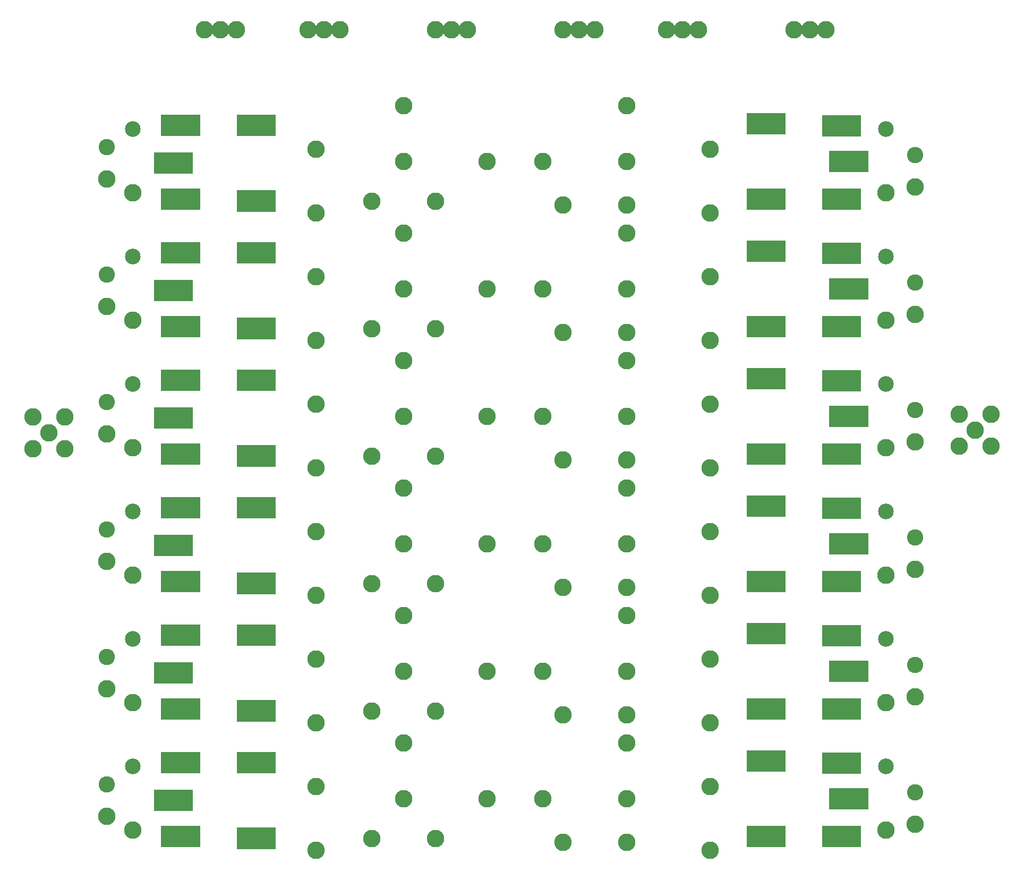
<source format=gbr>
%FSLAX34Y34*%
%MOMM*%
%LNSOLDERMASK_TOP*%
G71*
G01*
%ADD10C,2.800*%
%ADD11C,2.800*%
%ADD12C,2.600*%
%ADD13C,2.500*%
%ADD14C,2.800*%
%LPD*%
X222250Y-111000D02*
G54D10*
D03*
X222250Y-212600D02*
G54D10*
D03*
X361950Y-130050D02*
G54D11*
D03*
X361950Y-41150D02*
G54D11*
D03*
X412750Y-193550D02*
G54D10*
D03*
X311150Y-193550D02*
G54D10*
D03*
X495300Y-130050D02*
G54D11*
D03*
X584200Y-130050D02*
G54D11*
D03*
X717550Y-199900D02*
G54D10*
D03*
X615950Y-199900D02*
G54D10*
D03*
X717550Y-130050D02*
G54D11*
D03*
X717550Y-41150D02*
G54D11*
D03*
X850900Y-111000D02*
G54D10*
D03*
X850900Y-212600D02*
G54D10*
D03*
G36*
X158000Y-210550D02*
X96000Y-210550D01*
X96000Y-176550D01*
X158000Y-176550D01*
X158000Y-210550D01*
G37*
G36*
X37350Y-207376D02*
X-24650Y-207376D01*
X-24650Y-173376D01*
X37350Y-173376D01*
X37350Y-207376D01*
G37*
G36*
X158000Y-89900D02*
X96000Y-89900D01*
X96000Y-55900D01*
X158000Y-55900D01*
X158000Y-89900D01*
G37*
G36*
X37350Y-89900D02*
X-24650Y-89900D01*
X-24650Y-55900D01*
X37350Y-55900D01*
X37350Y-89900D01*
G37*
G36*
X26238Y-150225D02*
X-35762Y-150225D01*
X-35762Y-116225D01*
X26238Y-116225D01*
X26238Y-150225D01*
G37*
G36*
X908660Y-53249D02*
X970660Y-53249D01*
X970660Y-87249D01*
X908660Y-87249D01*
X908660Y-53249D01*
G37*
G36*
X1029310Y-56423D02*
X1091310Y-56423D01*
X1091310Y-90423D01*
X1029310Y-90423D01*
X1029310Y-56423D01*
G37*
G36*
X908660Y-173899D02*
X970660Y-173899D01*
X970660Y-207899D01*
X908660Y-207899D01*
X908660Y-173899D01*
G37*
G36*
X1029310Y-173899D02*
X1091310Y-173899D01*
X1091310Y-207899D01*
X1029310Y-207899D01*
X1029310Y-173899D01*
G37*
G36*
X1040422Y-113574D02*
X1102422Y-113574D01*
X1102422Y-147574D01*
X1040422Y-147574D01*
X1040422Y-113574D01*
G37*
X222250Y-111000D02*
G54D11*
D03*
X412750Y-193550D02*
G54D11*
D03*
X717550Y-199900D02*
G54D11*
D03*
X850900Y-212600D02*
G54D11*
D03*
G36*
X-24650Y-173376D02*
X37350Y-173376D01*
X37350Y-207376D01*
X-24650Y-207376D01*
X-24650Y-173376D01*
G37*
X-111642Y-158538D02*
G54D12*
D03*
X-111754Y-107558D02*
G54D12*
D03*
X-69527Y-180570D02*
G54D13*
D03*
X-69527Y-78970D02*
G54D13*
D03*
X-69527Y-180570D02*
G54D12*
D03*
X1177408Y-171238D02*
G54D12*
D03*
X1177296Y-120258D02*
G54D12*
D03*
X1130623Y-180570D02*
G54D13*
D03*
X1130623Y-78970D02*
G54D13*
D03*
X1130623Y-180570D02*
G54D12*
D03*
X-69527Y-180570D02*
G54D11*
D03*
X-111642Y-158538D02*
G54D11*
D03*
X1130623Y-180570D02*
G54D11*
D03*
X1177408Y-171238D02*
G54D11*
D03*
X222250Y-314200D02*
G54D10*
D03*
X222250Y-415800D02*
G54D10*
D03*
X361950Y-333250D02*
G54D11*
D03*
X361950Y-244350D02*
G54D11*
D03*
X412750Y-396750D02*
G54D10*
D03*
X311150Y-396750D02*
G54D10*
D03*
X495300Y-333250D02*
G54D11*
D03*
X584200Y-333250D02*
G54D11*
D03*
X717550Y-403100D02*
G54D10*
D03*
X615950Y-403100D02*
G54D10*
D03*
X717550Y-333250D02*
G54D11*
D03*
X717550Y-244350D02*
G54D11*
D03*
X850900Y-314200D02*
G54D10*
D03*
X850900Y-415800D02*
G54D10*
D03*
G36*
X158000Y-413750D02*
X96000Y-413750D01*
X96000Y-379750D01*
X158000Y-379750D01*
X158000Y-413750D01*
G37*
G36*
X37350Y-410576D02*
X-24650Y-410576D01*
X-24650Y-376576D01*
X37350Y-376576D01*
X37350Y-410576D01*
G37*
G36*
X158000Y-293100D02*
X96000Y-293100D01*
X96000Y-259100D01*
X158000Y-259100D01*
X158000Y-293100D01*
G37*
G36*
X37350Y-293100D02*
X-24650Y-293100D01*
X-24650Y-259100D01*
X37350Y-259100D01*
X37350Y-293100D01*
G37*
G36*
X26238Y-353425D02*
X-35762Y-353425D01*
X-35762Y-319425D01*
X26238Y-319425D01*
X26238Y-353425D01*
G37*
G36*
X908660Y-256449D02*
X970660Y-256449D01*
X970660Y-290449D01*
X908660Y-290449D01*
X908660Y-256449D01*
G37*
G36*
X1029310Y-259623D02*
X1091310Y-259623D01*
X1091310Y-293623D01*
X1029310Y-293623D01*
X1029310Y-259623D01*
G37*
G36*
X908660Y-377099D02*
X970660Y-377099D01*
X970660Y-411099D01*
X908660Y-411099D01*
X908660Y-377099D01*
G37*
G36*
X1029310Y-377099D02*
X1091310Y-377099D01*
X1091310Y-411099D01*
X1029310Y-411099D01*
X1029310Y-377099D01*
G37*
G36*
X1040422Y-316774D02*
X1102422Y-316774D01*
X1102422Y-350774D01*
X1040422Y-350774D01*
X1040422Y-316774D01*
G37*
X222250Y-314200D02*
G54D11*
D03*
X412750Y-396750D02*
G54D11*
D03*
X717550Y-403100D02*
G54D11*
D03*
X850900Y-415800D02*
G54D11*
D03*
G36*
X-24650Y-376576D02*
X37350Y-376576D01*
X37350Y-410576D01*
X-24650Y-410576D01*
X-24650Y-376576D01*
G37*
X-111642Y-361738D02*
G54D12*
D03*
X-111754Y-310758D02*
G54D12*
D03*
X-69527Y-383770D02*
G54D13*
D03*
X-69527Y-282170D02*
G54D13*
D03*
X-69527Y-383770D02*
G54D12*
D03*
X1177408Y-374438D02*
G54D12*
D03*
X1177296Y-323458D02*
G54D12*
D03*
X1130623Y-383770D02*
G54D13*
D03*
X1130623Y-282170D02*
G54D13*
D03*
X1130623Y-383770D02*
G54D12*
D03*
X-69527Y-383770D02*
G54D11*
D03*
X-111642Y-361738D02*
G54D11*
D03*
X1130623Y-383770D02*
G54D11*
D03*
X1177408Y-374438D02*
G54D11*
D03*
X222250Y-517400D02*
G54D10*
D03*
X222250Y-619000D02*
G54D10*
D03*
X361950Y-536450D02*
G54D11*
D03*
X361950Y-447550D02*
G54D11*
D03*
X412750Y-599950D02*
G54D10*
D03*
X311150Y-599950D02*
G54D10*
D03*
X495300Y-536450D02*
G54D11*
D03*
X584200Y-536450D02*
G54D11*
D03*
X717550Y-606300D02*
G54D10*
D03*
X615950Y-606300D02*
G54D10*
D03*
X717550Y-536450D02*
G54D11*
D03*
X717550Y-447550D02*
G54D11*
D03*
X850900Y-517400D02*
G54D10*
D03*
X850900Y-619000D02*
G54D10*
D03*
G36*
X158000Y-616950D02*
X96000Y-616950D01*
X96000Y-582950D01*
X158000Y-582950D01*
X158000Y-616950D01*
G37*
G36*
X37350Y-613776D02*
X-24650Y-613776D01*
X-24650Y-579776D01*
X37350Y-579776D01*
X37350Y-613776D01*
G37*
G36*
X158000Y-496300D02*
X96000Y-496300D01*
X96000Y-462300D01*
X158000Y-462300D01*
X158000Y-496300D01*
G37*
G36*
X37350Y-496300D02*
X-24650Y-496300D01*
X-24650Y-462300D01*
X37350Y-462300D01*
X37350Y-496300D01*
G37*
G36*
X26238Y-556625D02*
X-35762Y-556625D01*
X-35762Y-522625D01*
X26238Y-522625D01*
X26238Y-556625D01*
G37*
G36*
X908660Y-459649D02*
X970660Y-459649D01*
X970660Y-493649D01*
X908660Y-493649D01*
X908660Y-459649D01*
G37*
G36*
X1029310Y-462823D02*
X1091310Y-462823D01*
X1091310Y-496823D01*
X1029310Y-496823D01*
X1029310Y-462823D01*
G37*
G36*
X908660Y-580299D02*
X970660Y-580299D01*
X970660Y-614299D01*
X908660Y-614299D01*
X908660Y-580299D01*
G37*
G36*
X1029310Y-580299D02*
X1091310Y-580299D01*
X1091310Y-614299D01*
X1029310Y-614299D01*
X1029310Y-580299D01*
G37*
G36*
X1040422Y-519974D02*
X1102422Y-519974D01*
X1102422Y-553974D01*
X1040422Y-553974D01*
X1040422Y-519974D01*
G37*
X222250Y-517400D02*
G54D11*
D03*
X412750Y-599950D02*
G54D11*
D03*
X717550Y-606300D02*
G54D11*
D03*
X850900Y-619000D02*
G54D11*
D03*
G36*
X-24650Y-579776D02*
X37350Y-579776D01*
X37350Y-613776D01*
X-24650Y-613776D01*
X-24650Y-579776D01*
G37*
X-111642Y-564938D02*
G54D12*
D03*
X-111754Y-513958D02*
G54D12*
D03*
X-69527Y-586970D02*
G54D13*
D03*
X-69527Y-485370D02*
G54D13*
D03*
X-69527Y-586970D02*
G54D12*
D03*
X1177408Y-577638D02*
G54D12*
D03*
X1177296Y-526658D02*
G54D12*
D03*
X1130623Y-586970D02*
G54D13*
D03*
X1130623Y-485370D02*
G54D13*
D03*
X1130623Y-586970D02*
G54D12*
D03*
X-69527Y-586970D02*
G54D11*
D03*
X-111642Y-564938D02*
G54D11*
D03*
X1130623Y-586970D02*
G54D11*
D03*
X1177408Y-577638D02*
G54D11*
D03*
X222250Y-720600D02*
G54D10*
D03*
X222250Y-822200D02*
G54D10*
D03*
X361950Y-739650D02*
G54D11*
D03*
X361950Y-650750D02*
G54D11*
D03*
X412750Y-803150D02*
G54D10*
D03*
X311150Y-803150D02*
G54D10*
D03*
X495300Y-739650D02*
G54D11*
D03*
X584200Y-739650D02*
G54D11*
D03*
X717550Y-809500D02*
G54D10*
D03*
X615950Y-809500D02*
G54D10*
D03*
X717550Y-739650D02*
G54D11*
D03*
X717550Y-650750D02*
G54D11*
D03*
X850900Y-720600D02*
G54D10*
D03*
X850900Y-822200D02*
G54D10*
D03*
G36*
X158000Y-820150D02*
X96000Y-820150D01*
X96000Y-786150D01*
X158000Y-786150D01*
X158000Y-820150D01*
G37*
G36*
X37350Y-816976D02*
X-24650Y-816976D01*
X-24650Y-782976D01*
X37350Y-782976D01*
X37350Y-816976D01*
G37*
G36*
X158000Y-699500D02*
X96000Y-699500D01*
X96000Y-665500D01*
X158000Y-665500D01*
X158000Y-699500D01*
G37*
G36*
X37350Y-699500D02*
X-24650Y-699500D01*
X-24650Y-665500D01*
X37350Y-665500D01*
X37350Y-699500D01*
G37*
G36*
X26238Y-759825D02*
X-35762Y-759825D01*
X-35762Y-725825D01*
X26238Y-725825D01*
X26238Y-759825D01*
G37*
G36*
X908660Y-662848D02*
X970660Y-662848D01*
X970660Y-696848D01*
X908660Y-696848D01*
X908660Y-662848D01*
G37*
G36*
X1029310Y-666023D02*
X1091310Y-666023D01*
X1091310Y-700023D01*
X1029310Y-700023D01*
X1029310Y-666023D01*
G37*
G36*
X908660Y-783499D02*
X970660Y-783499D01*
X970660Y-817499D01*
X908660Y-817499D01*
X908660Y-783499D01*
G37*
G36*
X1029310Y-783499D02*
X1091310Y-783499D01*
X1091310Y-817499D01*
X1029310Y-817499D01*
X1029310Y-783499D01*
G37*
G36*
X1040422Y-723174D02*
X1102422Y-723174D01*
X1102422Y-757174D01*
X1040422Y-757174D01*
X1040422Y-723174D01*
G37*
X222250Y-720600D02*
G54D11*
D03*
X412750Y-803150D02*
G54D11*
D03*
X717550Y-809500D02*
G54D11*
D03*
X850900Y-822200D02*
G54D11*
D03*
G36*
X-24650Y-782976D02*
X37350Y-782976D01*
X37350Y-816976D01*
X-24650Y-816976D01*
X-24650Y-782976D01*
G37*
X-111642Y-768138D02*
G54D12*
D03*
X-111754Y-717158D02*
G54D12*
D03*
X-69527Y-790170D02*
G54D13*
D03*
X-69527Y-688570D02*
G54D13*
D03*
X-69527Y-790170D02*
G54D12*
D03*
X1177408Y-780838D02*
G54D12*
D03*
X1177296Y-729858D02*
G54D12*
D03*
X1130623Y-790170D02*
G54D13*
D03*
X1130623Y-688570D02*
G54D13*
D03*
X1130623Y-790170D02*
G54D12*
D03*
X-69527Y-790170D02*
G54D11*
D03*
X-111642Y-768138D02*
G54D11*
D03*
X1130623Y-790170D02*
G54D11*
D03*
X1177408Y-780838D02*
G54D11*
D03*
X222250Y-923800D02*
G54D10*
D03*
X222250Y-1025400D02*
G54D10*
D03*
X361950Y-942850D02*
G54D11*
D03*
X361950Y-853950D02*
G54D11*
D03*
X412750Y-1006350D02*
G54D10*
D03*
X311150Y-1006350D02*
G54D10*
D03*
X495300Y-942850D02*
G54D11*
D03*
X584200Y-942850D02*
G54D11*
D03*
X717550Y-1012700D02*
G54D10*
D03*
X615950Y-1012700D02*
G54D10*
D03*
X717550Y-942850D02*
G54D11*
D03*
X717550Y-853950D02*
G54D11*
D03*
X850900Y-923800D02*
G54D10*
D03*
X850900Y-1025400D02*
G54D10*
D03*
G36*
X158000Y-1023350D02*
X96000Y-1023350D01*
X96000Y-989350D01*
X158000Y-989350D01*
X158000Y-1023350D01*
G37*
G36*
X37350Y-1020176D02*
X-24650Y-1020176D01*
X-24650Y-986176D01*
X37350Y-986176D01*
X37350Y-1020176D01*
G37*
G36*
X158000Y-902700D02*
X96000Y-902700D01*
X96000Y-868700D01*
X158000Y-868700D01*
X158000Y-902700D01*
G37*
G36*
X37350Y-902700D02*
X-24650Y-902700D01*
X-24650Y-868700D01*
X37350Y-868700D01*
X37350Y-902700D01*
G37*
G36*
X26238Y-963025D02*
X-35762Y-963025D01*
X-35762Y-929025D01*
X26238Y-929025D01*
X26238Y-963025D01*
G37*
G36*
X908660Y-866048D02*
X970660Y-866048D01*
X970660Y-900048D01*
X908660Y-900048D01*
X908660Y-866048D01*
G37*
G36*
X1029310Y-869223D02*
X1091310Y-869223D01*
X1091310Y-903223D01*
X1029310Y-903223D01*
X1029310Y-869223D01*
G37*
G36*
X908660Y-986699D02*
X970660Y-986699D01*
X970660Y-1020699D01*
X908660Y-1020699D01*
X908660Y-986699D01*
G37*
G36*
X1029310Y-986699D02*
X1091310Y-986699D01*
X1091310Y-1020699D01*
X1029310Y-1020699D01*
X1029310Y-986699D01*
G37*
G36*
X1040422Y-926374D02*
X1102422Y-926374D01*
X1102422Y-960374D01*
X1040422Y-960374D01*
X1040422Y-926374D01*
G37*
X222250Y-923800D02*
G54D11*
D03*
X412750Y-1006350D02*
G54D11*
D03*
X717550Y-1012700D02*
G54D11*
D03*
X850900Y-1025400D02*
G54D11*
D03*
G36*
X-24650Y-986176D02*
X37350Y-986176D01*
X37350Y-1020176D01*
X-24650Y-1020176D01*
X-24650Y-986176D01*
G37*
X-111642Y-971338D02*
G54D12*
D03*
X-111754Y-920358D02*
G54D12*
D03*
X-69527Y-993370D02*
G54D13*
D03*
X-69527Y-891770D02*
G54D13*
D03*
X-69527Y-993370D02*
G54D12*
D03*
X1177408Y-984038D02*
G54D12*
D03*
X1177296Y-933058D02*
G54D12*
D03*
X1130623Y-993370D02*
G54D13*
D03*
X1130623Y-891770D02*
G54D13*
D03*
X1130623Y-993370D02*
G54D12*
D03*
X-69527Y-993370D02*
G54D11*
D03*
X-111642Y-971338D02*
G54D11*
D03*
X1130623Y-993370D02*
G54D11*
D03*
X1177408Y-984038D02*
G54D11*
D03*
X222250Y-1127000D02*
G54D10*
D03*
X222250Y-1228600D02*
G54D10*
D03*
X361950Y-1146050D02*
G54D11*
D03*
X361950Y-1057150D02*
G54D11*
D03*
X412750Y-1209550D02*
G54D10*
D03*
X311150Y-1209550D02*
G54D10*
D03*
X495300Y-1146050D02*
G54D11*
D03*
X584200Y-1146050D02*
G54D11*
D03*
X717550Y-1215900D02*
G54D10*
D03*
X615950Y-1215900D02*
G54D10*
D03*
X717550Y-1146050D02*
G54D11*
D03*
X717550Y-1057150D02*
G54D11*
D03*
X850900Y-1127000D02*
G54D10*
D03*
X850900Y-1228600D02*
G54D10*
D03*
G36*
X158000Y-1226550D02*
X96000Y-1226550D01*
X96000Y-1192550D01*
X158000Y-1192550D01*
X158000Y-1226550D01*
G37*
G36*
X37350Y-1223376D02*
X-24650Y-1223376D01*
X-24650Y-1189376D01*
X37350Y-1189376D01*
X37350Y-1223376D01*
G37*
G36*
X158000Y-1105900D02*
X96000Y-1105900D01*
X96000Y-1071900D01*
X158000Y-1071900D01*
X158000Y-1105900D01*
G37*
G36*
X37350Y-1105900D02*
X-24650Y-1105900D01*
X-24650Y-1071900D01*
X37350Y-1071900D01*
X37350Y-1105900D01*
G37*
G36*
X26238Y-1166225D02*
X-35762Y-1166225D01*
X-35762Y-1132225D01*
X26238Y-1132225D01*
X26238Y-1166225D01*
G37*
G36*
X908660Y-1069248D02*
X970660Y-1069248D01*
X970660Y-1103248D01*
X908660Y-1103248D01*
X908660Y-1069248D01*
G37*
G36*
X1029310Y-1072423D02*
X1091310Y-1072423D01*
X1091310Y-1106423D01*
X1029310Y-1106423D01*
X1029310Y-1072423D01*
G37*
G36*
X908660Y-1189899D02*
X970660Y-1189899D01*
X970660Y-1223899D01*
X908660Y-1223899D01*
X908660Y-1189899D01*
G37*
G36*
X1029310Y-1189899D02*
X1091310Y-1189899D01*
X1091310Y-1223899D01*
X1029310Y-1223899D01*
X1029310Y-1189899D01*
G37*
G36*
X1040422Y-1129574D02*
X1102422Y-1129574D01*
X1102422Y-1163574D01*
X1040422Y-1163574D01*
X1040422Y-1129574D01*
G37*
X222250Y-1127000D02*
G54D11*
D03*
X412750Y-1209550D02*
G54D11*
D03*
X717550Y-1215900D02*
G54D11*
D03*
X850900Y-1228600D02*
G54D11*
D03*
G36*
X-24650Y-1189376D02*
X37350Y-1189376D01*
X37350Y-1223376D01*
X-24650Y-1223376D01*
X-24650Y-1189376D01*
G37*
X-111642Y-1174538D02*
G54D12*
D03*
X-111754Y-1123558D02*
G54D12*
D03*
X-69527Y-1196570D02*
G54D13*
D03*
X-69527Y-1094970D02*
G54D13*
D03*
X-69527Y-1196570D02*
G54D12*
D03*
X1177408Y-1187238D02*
G54D12*
D03*
X1177296Y-1136258D02*
G54D12*
D03*
X1130623Y-1196570D02*
G54D13*
D03*
X1130623Y-1094970D02*
G54D13*
D03*
X1130623Y-1196570D02*
G54D12*
D03*
X-69527Y-1196570D02*
G54D11*
D03*
X-111642Y-1174538D02*
G54D11*
D03*
X1130623Y-1196570D02*
G54D11*
D03*
X1177408Y-1187238D02*
G54D11*
D03*
X44450Y79500D02*
G54D14*
D03*
X69850Y79500D02*
G54D14*
D03*
X615950Y79500D02*
G54D14*
D03*
X641350Y79500D02*
G54D14*
D03*
X781050Y79500D02*
G54D14*
D03*
X806450Y79500D02*
G54D14*
D03*
X984250Y79500D02*
G54D14*
D03*
X1009650Y79500D02*
G54D14*
D03*
X209550Y79500D02*
G54D14*
D03*
X234950Y79500D02*
G54D14*
D03*
X412750Y79500D02*
G54D14*
D03*
X438150Y79500D02*
G54D14*
D03*
X641350Y79500D02*
G54D11*
D03*
X806450Y79500D02*
G54D11*
D03*
X1009650Y79500D02*
G54D11*
D03*
X69850Y79500D02*
G54D14*
D03*
X95250Y79500D02*
G54D14*
D03*
X234950Y79500D02*
G54D14*
D03*
X260350Y79500D02*
G54D14*
D03*
X438150Y79500D02*
G54D14*
D03*
X463550Y79500D02*
G54D14*
D03*
X666750Y79500D02*
G54D14*
D03*
X831850Y79500D02*
G54D14*
D03*
X984250Y79500D02*
G54D14*
D03*
X1035050Y79500D02*
G54D14*
D03*
X1247750Y-533300D02*
G54D11*
D03*
X1298550Y-533300D02*
G54D11*
D03*
X1273150Y-558700D02*
G54D11*
D03*
X1298550Y-584100D02*
G54D11*
D03*
X1247750Y-584100D02*
G54D11*
D03*
X-228625Y-538062D02*
G54D11*
D03*
X-177825Y-538062D02*
G54D11*
D03*
X-203225Y-563462D02*
G54D11*
D03*
X-177825Y-588862D02*
G54D11*
D03*
X-228625Y-588862D02*
G54D11*
D03*
M02*

</source>
